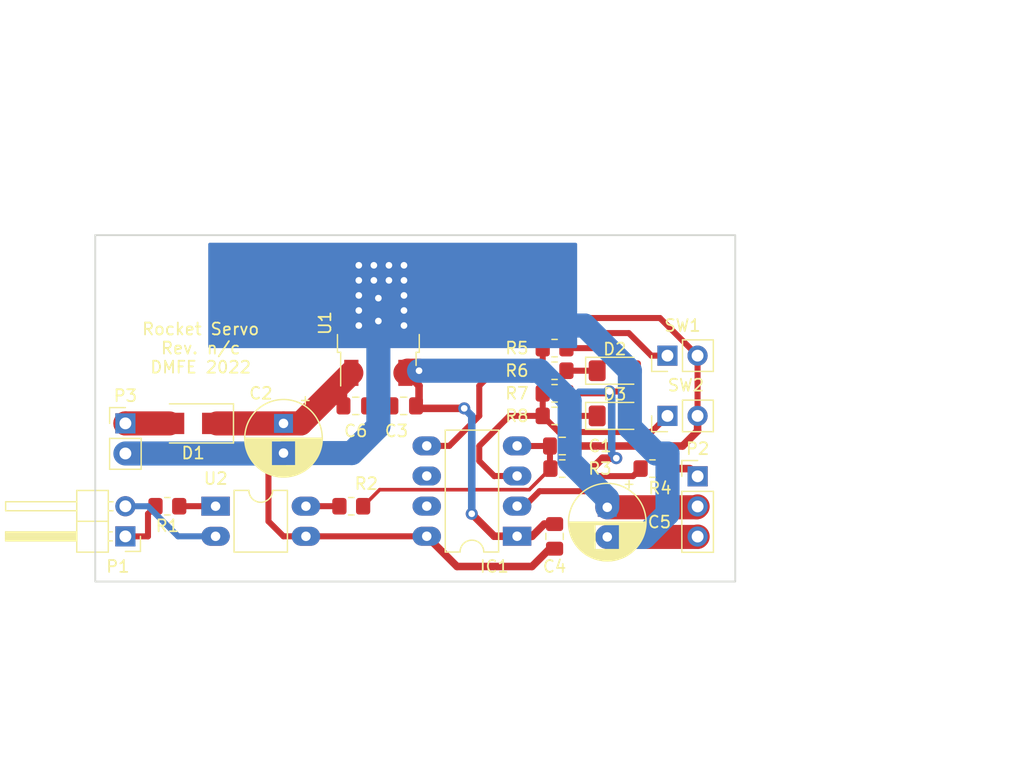
<source format=kicad_pcb>
(kicad_pcb (version 20211014) (generator pcbnew)
  (title_block (title "Rocket Servo") (date "2022-09-25") (rev "n/c") (company "DMFE"))
  (layers (0 "F.Cu" signal) (31 "B.Cu" signal) (34 "B.Paste" user) (35 "F.Paste" user) (36 "B.SilkS" user "B.Silkscreen") (37 "F.SilkS" user "F.Silkscreen") (38 "B.Mask" user) (39 "F.Mask" user) (44 "Edge.Cuts" user))
  (net 0 "")
  (net 1 "Net-(C1-Pad1)")
  (net 2 "GND")
  (net 3 "Net-(C2-Pad1)")
  (net 4 "+5V")
  (net 5 "Net-(D1-Pad2)")
  (net 6 "Net-(D3-Pad1)")
  (net 7 "Net-(D2-Pad1)")
  (net 10 "Net-(P1-Pad1)")
  (net 11 "Net-(P1-Pad2)")
  (net 12 "Net-(IC1-Pad2)")
  (net 13 "Net-(IC1-Pad3)")
  (net 14 "Net-(R1-Pad1)")
  (net 15 "Net-(IC1-Pad5)")
  (net 16 "Net-(R2-Pad2)")
  (net 17 "Net-(P2-Pad1)")
  (footprint "Resistor_SMD:R_0805_2012Metric_Pad1.20x1.40mm_HandSolder" (layer "F.Cu") (at 130.81 80.01 180)
    (fp_text reference "R6" (at 3.175 0) (layer "F.SilkS"))
    (fp_text value "1K")
    (pad "1" smd roundrect (at -1 0 180) (size 1.2 1.4) (layers "F.Cu" "F.Paste" "F.Mask") (roundrect_rratio 0.2083333333) (net 7 "Net-(D2-Pad1)"))
    (pad "2" smd roundrect (at 1 0 180) (size 1.2 1.4) (layers "F.Cu" "F.Paste" "F.Mask") (roundrect_rratio 0.2083333333) (net 15 "Net-(IC1-Pad5)"))
  )
  (footprint "Diode_SMD:D_SMA" (layer "F.Cu") (at 100.33 84.455 180)
    (fp_text reference "D1" (at 0 -2.5) (layer "F.SilkS"))
    (fp_text value "D")
    (pad "1" smd rect (at -2 0 180) (size 2.5 1.8) (layers "F.Cu" "F.Paste" "F.Mask") (net 3 "Net-(C2-Pad1)"))
    (pad "2" smd rect (at 2 0 180) (size 2.5 1.8) (layers "F.Cu" "F.Paste" "F.Mask") (net 5 "Net-(D1-Pad2)"))
  )
  (footprint "Capacitor_SMD:C_0805_2012Metric_Pad1.18x1.45mm_HandSolder" (layer "F.Cu") (at 114.045 82.975)
    (fp_text reference "C6" (at 0 2.115) (layer "F.SilkS"))
    (fp_text value ".1uF")
    (pad "1" smd roundrect (at -1.0375 0) (size 1.175 1.45) (layers "F.Cu" "F.Paste" "F.Mask") (roundrect_rratio 0.2127659574) (net 3 "Net-(C2-Pad1)"))
    (pad "2" smd roundrect (at 1.0375 0) (size 1.175 1.45) (layers "F.Cu" "F.Paste" "F.Mask") (roundrect_rratio 0.2127659574) (net 2 "GND"))
  )
  (footprint "Connector_PinHeader_2.54mm:PinHeader_1x02_P2.54mm_Vertical" (layer "F.Cu") (at 94.615 84.45)
    (fp_text reference "P3" (at 0 -2.33) (layer "F.SilkS"))
    (fp_text value "Conn_01x02")
    (pad "1" thru_hole rect (at 0 0) (size 1.7 1.7) (drill 1) (layers *.Cu *.Mask) (net 5 "Net-(D1-Pad2)"))
    (pad "2" thru_hole oval (at 0 2.54) (size 1.7 1.7) (drill 1) (layers *.Cu *.Mask) (net 2 "GND"))
  )
  (footprint "LED_SMD:LED_1206_3216Metric_Pad1.42x1.75mm_HandSolder" (layer "F.Cu") (at 135.89 83.82)
    (fp_text reference "D3" (at 0 -1.82) (layer "F.SilkS"))
    (fp_text value "LED")
    (pad "1" smd roundrect (at -1.4875 0) (size 1.425 1.75) (layers "F.Cu" "F.Paste" "F.Mask") (roundrect_rratio 0.1754392982) (net 6 "Net-(D3-Pad1)"))
    (pad "2" smd roundrect (at 1.4875 0) (size 1.425 1.75) (layers "F.Cu" "F.Paste" "F.Mask") (roundrect_rratio 0.1754392982) (net 4 "+5V"))
  )
  (footprint "Resistor_SMD:R_0805_2012Metric_Pad1.20x1.40mm_HandSolder" (layer "F.Cu") (at 139.065 88.265 180)
    (fp_text reference "R4" (at -0.635 -1.65) (layer "F.SilkS"))
    (fp_text value "220R")
    (pad "1" smd roundrect (at -1 0 180) (size 1.2 1.4) (layers "F.Cu" "F.Paste" "F.Mask") (roundrect_rratio 0.2083333333) (net 17 "Net-(P2-Pad1)"))
    (pad "2" smd roundrect (at 1 0 180) (size 1.2 1.4) (layers "F.Cu" "F.Paste" "F.Mask") (roundrect_rratio 0.2083333333) (net 12 "Net-(IC1-Pad2)"))
  )
  (footprint "Resistor_SMD:R_0805_2012Metric_Pad1.20x1.40mm_HandSolder" (layer "F.Cu") (at 130.81 78.105 180)
    (fp_text reference "R5" (at 3.175 0) (layer "F.SilkS"))
    (fp_text value "47K")
    (pad "1" smd roundrect (at -1 0 180) (size 1.2 1.4) (layers "F.Cu" "F.Paste" "F.Mask") (roundrect_rratio 0.2083333333) (net 4 "+5V"))
    (pad "2" smd roundrect (at 1 0 180) (size 1.2 1.4) (layers "F.Cu" "F.Paste" "F.Mask") (roundrect_rratio 0.2083333333) (net 15 "Net-(IC1-Pad5)"))
  )
  (footprint "Package_TO_SOT_SMD:TO-252-3_TabPin2" (layer "F.Cu") (at 115.95 75.99 90)
    (fp_text reference "U1" (at 0 -4.5 90) (layer "F.SilkS"))
    (fp_text value "L7805")
    (pad "1" smd rect (at -4.2 -2.28 90) (size 2.2 1.2) (layers "F.Cu" "F.Paste" "F.Mask") (net 3 "Net-(C2-Pad1)"))
    (pad "2" smd rect (at 2.1 0 90) (size 6.4 5.8) (layers "F.Cu" "F.Mask") (net 2 "GND"))
    (pad "2" smd rect (at -4.2 0 90) (size 2.2 1.2) (layers "F.Cu" "F.Paste" "F.Mask") (net 2 "GND"))
    (pad "3" smd rect (at -4.2 2.28 90) (size 2.2 1.2) (layers "F.Cu" "F.Paste" "F.Mask") (net 4 "+5V"))
  )
  (footprint "LED_SMD:LED_1206_3216Metric_Pad1.42x1.75mm_HandSolder" (layer "F.Cu") (at 135.89 80.01)
    (fp_text reference "D2" (at 0 -1.82) (layer "F.SilkS"))
    (fp_text value "LED")
    (pad "1" smd roundrect (at -1.4875 0) (size 1.425 1.75) (layers "F.Cu" "F.Paste" "F.Mask") (roundrect_rratio 0.1754392982) (net 7 "Net-(D2-Pad1)"))
    (pad "2" smd roundrect (at 1.4875 0) (size 1.425 1.75) (layers "F.Cu" "F.Paste" "F.Mask") (roundrect_rratio 0.1754392982) (net 4 "+5V"))
  )
  (footprint "Resistor_SMD:R_0805_2012Metric_Pad1.20x1.40mm_HandSolder" (layer "F.Cu") (at 131.46 88.265 180)
    (fp_text reference "R3" (at -3.175 0) (layer "F.SilkS"))
    (fp_text value "10K")
    (pad "1" smd roundrect (at -1 0 180) (size 1.2 1.4) (layers "F.Cu" "F.Paste" "F.Mask") (roundrect_rratio 0.2083333333) (net 4 "+5V"))
    (pad "2" smd roundrect (at 1 0 180) (size 1.2 1.4) (layers "F.Cu" "F.Paste" "F.Mask") (roundrect_rratio 0.2083333333) (net 1 "Net-(C1-Pad1)"))
  )
  (footprint "Capacitor_THT:CP_Radial_D6.3mm_P2.50mm" (layer "F.Cu") (at 135.255 91.527621 -90)
    (fp_text reference "C5" (at 1.25 -4.4 180) (layer "F.SilkS"))
    (fp_text value "220uF")
    (pad "1" thru_hole rect (at 0 0 270) (size 1.6 1.6) (drill 0.8) (layers *.Cu *.Mask) (net 4 "+5V"))
    (pad "2" thru_hole circle (at 2.5 0 270) (size 1.6 1.6) (drill 0.8) (layers *.Cu *.Mask) (net 2 "GND"))
  )
  (footprint "MountingHole:MountingHole_3.2mm_M3" (layer "F.Cu") (at 96.52 72.39)
    (fp_text reference "H1" hide)
    (fp_text value "MountingHole_3.2mm_M3")
    (pad "" np_thru_hole circle (at 0 0) (size 3.2 3.2) (drill 3.2) (layers *.Cu *.Mask))
  )
  (footprint "Connector_PinHeader_2.54mm:PinHeader_1x03_P2.54mm_Vertical" (layer "F.Cu") (at 142.875 88.915)
    (fp_text reference "P2" (at 0 -2.33) (layer "F.SilkS"))
    (fp_text value "Conn_01x03")
    (pad "1" thru_hole rect (at 0 0) (size 1.7 1.7) (drill 1) (layers *.Cu *.Mask) (net 17 "Net-(P2-Pad1)"))
    (pad "2" thru_hole oval (at 0 2.54) (size 1.7 1.7) (drill 1) (layers *.Cu *.Mask) (net 4 "+5V"))
    (pad "3" thru_hole oval (at 0 5.08) (size 1.7 1.7) (drill 1) (layers *.Cu *.Mask) (net 2 "GND"))
  )
  (footprint "MountingHole:MountingHole_3.2mm_M3" (layer "F.Cu") (at 141.605 72.39)
    (fp_text reference "H2" hide)
    (fp_text value "MountingHole_3.2mm_M3")
    (pad "" np_thru_hole circle (at 0 0) (size 3.2 3.2) (drill 3.2) (layers *.Cu *.Mask))
  )
  (footprint "Connector_PinHeader_2.54mm:PinHeader_1x02_P2.54mm_Vertical" (layer "F.Cu") (at 140.33 78.74 90)
    (fp_text reference "SW1" (at 2.54 1.27 180) (layer "F.SilkS"))
    (fp_text value "Conn_01x02")
    (pad "1" thru_hole rect (at 0 0 90) (size 1.7 1.7) (drill 1) (layers *.Cu *.Mask) (net 15 "Net-(IC1-Pad5)"))
    (pad "2" thru_hole oval (at 0 2.54 90) (size 1.7 1.7) (drill 1) (layers *.Cu *.Mask) (net 2 "GND"))
  )
  (footprint "Connector_PinHeader_2.54mm:PinHeader_1x02_P2.54mm_Vertical" (layer "F.Cu") (at 140.33 83.82 90)
    (fp_text reference "SW2" (at 2.585 1.56 180) (layer "F.SilkS"))
    (fp_text value "Conn_01x02")
    (pad "1" thru_hole rect (at 0 0 90) (size 1.7 1.7) (drill 1) (layers *.Cu *.Mask) (net 13 "Net-(IC1-Pad3)"))
    (pad "2" thru_hole oval (at 0 2.54 90) (size 1.7 1.7) (drill 1) (layers *.Cu *.Mask) (net 2 "GND"))
  )
  (footprint "Capacitor_SMD:C_0805_2012Metric_Pad1.18x1.45mm_HandSolder" (layer "F.Cu") (at 118.0875 82.975 180)
    (fp_text reference "C3" (at 0.6125 -2.115) (layer "F.SilkS"))
    (fp_text value ".1uF")
    (pad "1" smd roundrect (at -1.0375 0 180) (size 1.175 1.45) (layers "F.Cu" "F.Paste" "F.Mask") (roundrect_rratio 0.2127659574) (net 4 "+5V"))
    (pad "2" smd roundrect (at 1.0375 0 180) (size 1.175 1.45) (layers "F.Cu" "F.Paste" "F.Mask") (roundrect_rratio 0.2127659574) (net 2 "GND"))
  )
  (footprint "Capacitor_SMD:C_0805_2012Metric_Pad1.18x1.45mm_HandSolder" (layer "F.Cu") (at 131.46 86.36)
    (fp_text reference "C1" (at 3.175 0) (layer "F.SilkS"))
    (fp_text value ".1uF")
    (pad "1" smd roundrect (at -1.0375 0) (size 1.175 1.45) (layers "F.Cu" "F.Paste" "F.Mask") (roundrect_rratio 0.2127659574) (net 1 "Net-(C1-Pad1)"))
    (pad "2" smd roundrect (at 1.0375 0) (size 1.175 1.45) (layers "F.Cu" "F.Paste" "F.Mask") (roundrect_rratio 0.2127659574) (net 2 "GND"))
  )
  (footprint "Package_DIP:DIP-4_W7.62mm_LongPads" (layer "F.Cu") (at 102.22 91.435)
    (fp_text reference "U2" (at 0.015 -2.33) (layer "F.SilkS"))
    (fp_text value "TLP227GN")
    (pad "1" thru_hole rect (at 0 0) (size 2.4 1.6) (drill 0.8) (layers *.Cu *.Mask) (net 14 "Net-(R1-Pad1)"))
    (pad "2" thru_hole oval (at 0 2.54) (size 2.4 1.6) (drill 0.8) (layers *.Cu *.Mask) (net 11 "Net-(P1-Pad2)"))
    (pad "3" thru_hole oval (at 7.62 2.54) (size 2.4 1.6) (drill 0.8) (layers *.Cu *.Mask) (net 2 "GND"))
    (pad "4" thru_hole oval (at 7.62 0) (size 2.4 1.6) (drill 0.8) (layers *.Cu *.Mask) (net 16 "Net-(R2-Pad2)"))
  )
  (footprint "Connector_PinHeader_2.54mm:PinHeader_1x02_P2.54mm_Horizontal" (layer "F.Cu") (at 94.615 93.98 180)
    (fp_text reference "P1" (at 0.635 -2.54) (layer "F.SilkS"))
    (fp_text value "Conn_01x02")
    (pad "1" thru_hole rect (at 0 0 180) (size 1.7 1.7) (drill 1) (layers *.Cu *.Mask) (net 10 "Net-(P1-Pad1)"))
    (pad "2" thru_hole oval (at 0 2.54 180) (size 1.7 1.7) (drill 1) (layers *.Cu *.Mask) (net 11 "Net-(P1-Pad2)"))
  )
  (footprint "Capacitor_SMD:C_0805_2012Metric_Pad1.18x1.45mm_HandSolder" (layer "F.Cu") (at 130.81 93.98 -90)
    (fp_text reference "C4" (at 2.54 0) (layer "F.SilkS"))
    (fp_text value ".1uF")
    (pad "1" smd roundrect (at -1.0375 0 270) (size 1.175 1.45) (layers "F.Cu" "F.Paste" "F.Mask") (roundrect_rratio 0.2127659574) (net 4 "+5V"))
    (pad "2" smd roundrect (at 1.0375 0 270) (size 1.175 1.45) (layers "F.Cu" "F.Paste" "F.Mask") (roundrect_rratio 0.2127659574) (net 2 "GND"))
  )
  (footprint "Resistor_SMD:R_0805_2012Metric_Pad1.20x1.40mm_HandSolder" (layer "F.Cu") (at 130.81 81.915 180)
    (fp_text reference "R7" (at 3.175 0) (layer "F.SilkS"))
    (fp_text value "47K")
    (pad "1" smd roundrect (at -1 0 180) (size 1.2 1.4) (layers "F.Cu" "F.Paste" "F.Mask") (roundrect_rratio 0.2083333333) (net 4 "+5V"))
    (pad "2" smd roundrect (at 1 0 180) (size 1.2 1.4) (layers "F.Cu" "F.Paste" "F.Mask") (roundrect_rratio 0.2083333333) (net 13 "Net-(IC1-Pad3)"))
  )
  (footprint "Resistor_SMD:R_0805_2012Metric_Pad1.20x1.40mm_HandSolder" (layer "F.Cu") (at 113.665 91.44 180)
    (fp_text reference "R2" (at -1.27 1.905) (layer "F.SilkS"))
    (fp_text value "1K")
    (pad "1" smd roundrect (at -1 0 180) (size 1.2 1.4) (layers "F.Cu" "F.Paste" "F.Mask") (roundrect_rratio 0.2083333333) (net 1 "Net-(C1-Pad1)"))
    (pad "2" smd roundrect (at 1 0 180) (size 1.2 1.4) (layers "F.Cu" "F.Paste" "F.Mask") (roundrect_rratio 0.2083333333) (net 16 "Net-(R2-Pad2)"))
  )
  (footprint "Resistor_SMD:R_0805_2012Metric_Pad1.20x1.40mm_HandSolder" (layer "F.Cu") (at 98.155 91.44 180)
    (fp_text reference "R1" (at 0 -1.65) (layer "F.SilkS"))
    (fp_text value "220R")
    (pad "1" smd roundrect (at -1 0 180) (size 1.2 1.4) (layers "F.Cu" "F.Paste" "F.Mask") (roundrect_rratio 0.2083333333) (net 14 "Net-(R1-Pad1)"))
    (pad "2" smd roundrect (at 1 0 180) (size 1.2 1.4) (layers "F.Cu" "F.Paste" "F.Mask") (roundrect_rratio 0.2083333333) (net 10 "Net-(P1-Pad1)"))
  )
  (footprint "Package_DIP:DIP-8_W7.62mm_LongPads" (layer "F.Cu") (at 127.65 93.97 180)
    (fp_text reference "IC1" (at 1.92 -2.55) (layer "F.SilkS"))
    (fp_text value "PIC12F1822-I/P")
    (pad "1" thru_hole rect (at 0 0 180) (size 2.4 1.6) (drill 0.8) (layers *.Cu *.Mask) (net 4 "+5V"))
    (pad "2" thru_hole oval (at 0 2.54 180) (size 2.4 1.6) (drill 0.8) (layers *.Cu *.Mask) (net 12 "Net-(IC1-Pad2)"))
    (pad "3" thru_hole oval (at 0 5.08 180) (size 2.4 1.6) (drill 0.8) (layers *.Cu *.Mask) (net 13 "Net-(IC1-Pad3)"))
    (pad "4" thru_hole oval (at 0 7.62 180) (size 2.4 1.6) (drill 0.8) (layers *.Cu *.Mask) (net 1 "Net-(C1-Pad1)"))
    (pad "5" thru_hole oval (at 7.62 7.62 180) (size 2.4 1.6) (drill 0.8) (layers *.Cu *.Mask) (net 15 "Net-(IC1-Pad5)"))
    (pad "6" thru_hole oval (at 7.62 5.08 180) (size 2.4 1.6) (drill 0.8) (layers *.Cu *.Mask))
    (pad "7" thru_hole oval (at 7.62 2.54 180) (size 2.4 1.6) (drill 0.8) (layers *.Cu *.Mask))
    (pad "8" thru_hole oval (at 7.62 0 180) (size 2.4 1.6) (drill 0.8) (layers *.Cu *.Mask) (net 2 "GND"))
  )
  (footprint "Capacitor_THT:CP_Radial_D6.3mm_P2.50mm" (layer "F.Cu") (at 107.95 84.455 -90)
    (fp_text reference "C2" (at -2.54 1.905 180) (layer "F.SilkS"))
    (fp_text value "33uF")
    (pad "1" thru_hole rect (at 0 0 270) (size 1.6 1.6) (drill 0.8) (layers *.Cu *.Mask) (net 3 "Net-(C2-Pad1)"))
    (pad "2" thru_hole circle (at 2.5 0 270) (size 1.6 1.6) (drill 0.8) (layers *.Cu *.Mask) (net 2 "GND"))
  )
  (footprint "Resistor_SMD:R_0805_2012Metric_Pad1.20x1.40mm_HandSolder" (layer "F.Cu") (at 130.81 83.82 180)
    (fp_text reference "R8" (at 3.175 0) (layer "F.SilkS"))
    (fp_text value "1K")
    (pad "1" smd roundrect (at -1 0 180) (size 1.2 1.4) (layers "F.Cu" "F.Paste" "F.Mask") (roundrect_rratio 0.2083333333) (net 6 "Net-(D3-Pad1)"))
    (pad "2" smd roundrect (at 1 0 180) (size 1.2 1.4) (layers "F.Cu" "F.Paste" "F.Mask") (roundrect_rratio 0.2083333333) (net 13 "Net-(IC1-Pad3)"))
  )
  (gr_rect (start 146.05 97.79) (end 92.075 68.58) (layer "Edge.Cuts") (width 0.15) (fill none))
  (gr_text "Rocket Servo\nRev. n/c\nDMFE 2022" (at 100.965 78.105) (layer "F.SilkS") (effects (font (size 1 1))))
  (segment (start 116.0626 90.0424) (end 128.6826 90.0424) (width 0.3048) (layer "F.Cu") (net 1))
  (segment (start 114.665 91.44) (end 116.0626 90.0424) (width 0.3048) (layer "F.Cu") (net 1))
  (segment (start 130.4225 86.36) (end 130.4225 88.2275) (width 0.508) (layer "F.Cu") (net 1))
  (segment (start 128.6826 90.0424) (end 130.46 88.265) (width 0.3048) (layer "F.Cu") (net 1))
  (segment (start 127.66 86.36) (end 127.65 86.35) (width 0.508) (layer "F.Cu") (net 1))
  (segment (start 130.4225 86.36) (end 127.66 86.36) (width 0.508) (layer "F.Cu") (net 1))
  (segment (start 130.4225 88.2275) (end 130.46 88.265) (width 0.508) (layer "F.Cu") (net 1))
  (segment (start 115.95 75.82) (end 115.95 73.89) (width 1.27) (layer "F.Cu") (net 2))
  (segment (start 109.84 93.975) (end 107.945 93.975) (width 0.508) (layer "F.Cu") (net 2))
  (segment (start 142.87 78.74) (end 142.87 83.82) (width 0.508) (layer "F.Cu") (net 2))
  (segment (start 120.025 93.975) (end 120.03 93.97) (width 0.508) (layer "F.Cu") (net 2))
  (segment (start 115.995 82.975) (end 117.05 82.975) (width 0.635) (layer "F.Cu") (net 2))
  (segment (start 142.842379 94.027621) (end 142.875 93.995) (width 2.032) (layer "F.Cu") (net 2))
  (segment (start 128.905 96.52) (end 122.58 96.52) (width 0.635) (layer "F.Cu") (net 2))
  (segment (start 139.695 75.565) (end 118.745 75.565) (width 0.508) (layer "F.Cu") (net 2))
  (segment (start 115.95 80.19) (end 115.95 82.93) (width 0.635) (layer "F.Cu") (net 2))
  (segment (start 106.68 87.63) (end 107.355 86.955) (width 0.508) (layer "F.Cu") (net 2))
  (segment (start 115.95 82.93) (end 115.995 82.975) (width 0.635) (layer "F.Cu") (net 2))
  (segment (start 130.4075 95.0175) (end 128.905 96.52) (width 0.635) (layer "F.Cu") (net 2))
  (segment (start 115.0825 82.975) (end 115.995 82.975) (width 0.635) (layer "F.Cu") (net 2))
  (segment (start 109.84 93.975) (end 120.025 93.975) (width 0.508) (layer "F.Cu") (net 2))
  (segment (start 122.58 96.52) (end 120.03 93.97) (width 0.635) (layer "F.Cu") (net 2))
  (segment (start 115.95 80.19) (end 115.95 75.82) (width 1.27) (layer "F.Cu") (net 2))
  (segment (start 142.87 78.74) (end 139.695 75.565) (width 0.508) (layer "F.Cu") (net 2))
  (segment (start 142.875 85.09) (end 142.87 85.085) (width 0.635) (layer "F.Cu") (net 2))
  (segment (start 142.87 85.085) (end 142.87 83.82) (width 0.635) (layer "F.Cu") (net 2))
  (segment (start 107.945 93.975) (end 106.68 92.71) (width 0.508) (layer "F.Cu") (net 2))
  (segment (start 132.4975 86.36) (end 141.605 86.36) (width 0.635) (layer "F.Cu") (net 2))
  (segment (start 141.605 86.36) (end 142.875 85.09) (width 0.635) (layer "F.Cu") (net 2))
  (segment (start 106.68 92.71) (end 106.68 87.63) (width 0.508) (layer "F.Cu") (net 2))
  (segment (start 130.81 95.0175) (end 130.4075 95.0175) (width 0.635) (layer "F.Cu") (net 2))
  (segment (start 118.745 75.565) (end 118.11 74.93) (width 0.508) (layer "F.Cu") (net 2))
  (segment (start 107.355 86.955) (end 107.95 86.955) (width 0.508) (layer "F.Cu") (net 2))
  (segment (start 135.255 94.027621) (end 142.842379 94.027621) (width 2.032) (layer "F.Cu") (net 2))
  (via (at 114.3 72.39) (size 1.016) (drill 0.5588) (layers "F.Cu" "B.Cu") (net 2))
  (via (at 115.57 71.12) (size 1.016) (drill 0.5588) (layers "F.Cu" "B.Cu") (net 2))
  (via (at 118.11 73.66) (size 1.016) (drill 0.5588) (layers "F.Cu" "B.Cu") (net 2))
  (via (at 115.57 72.39) (size 1.016) (drill 0.5588) (layers "F.Cu" "B.Cu") (net 2))
  (via (at 118.11 71.12) (size 1.016) (drill 0.5588) (layers "F.Cu" "B.Cu") (net 2))
  (via (at 115.95 73.89) (size 1.016) (drill 0.5588) (layers "F.Cu" "B.Cu") (net 2))
  (via (at 118.11 76.2) (size 1.016) (drill 0.5588) (layers "F.Cu" "B.Cu") (net 2))
  (via (at 118.11 74.93) (size 1.016) (drill 0.5588) (layers "F.Cu" "B.Cu") (net 2))
  (via (at 114.3 73.66) (size 1.016) (drill 0.5588) (layers "F.Cu" "B.Cu") (net 2))
  (via (at 116.84 72.39) (size 1.016) (drill 0.5588) (layers "F.Cu" "B.Cu") (net 2))
  (via (at 116.84 71.12) (size 1.016) (drill 0.5588) (layers "F.Cu" "B.Cu") (net 2))
  (via (at 115.95 75.82) (size 1.016) (drill 0.5588) (layers "F.Cu" "B.Cu") (net 2))
  (via (at 114.3 74.93) (size 1.016) (drill 0.5588) (layers "F.Cu" "B.Cu") (net 2))
  (via (at 114.3 71.12) (size 1.016) (drill 0.5588) (layers "F.Cu" "B.Cu") (net 2))
  (via (at 118.11 72.39) (size 1.016) (drill 0.5588) (layers "F.Cu" "B.Cu") (net 2))
  (via (at 114.3 76.2) (size 1.016) (drill 0.5588) (layers "F.Cu" "B.Cu") (net 2))
  (segment (start 107.95 86.955) (end 113.705 86.955) (width 2.032) (layer "B.Cu") (net 2))
  (segment (start 138.382379 94.027621) (end 140.335 92.075) (width 2.032) (layer "B.Cu") (net 2))
  (segment (start 113.705 86.955) (end 115.95 84.71) (width 2.032) (layer "B.Cu") (net 2))
  (segment (start 94.615 86.99) (end 107.915 86.99) (width 2.032) (layer "B.Cu") (net 2))
  (segment (start 115.95 84.71) (end 115.95 73.89) (width 2.032) (layer "B.Cu") (net 2))
  (segment (start 133.35 76.2) (end 118.11 76.2) (width 2.032) (layer "B.Cu") (net 2))
  (segment (start 137.16 84.782) (end 137.16 80.01) (width 2.032) (layer "B.Cu") (net 2))
  (segment (start 139.373 86.995) (end 137.16 84.782) (width 2.032) (layer "B.Cu") (net 2))
  (segment (start 107.915 86.99) (end 107.95 86.955) (width 2.032) (layer "B.Cu") (net 2))
  (segment (start 135.255 94.027621) (end 138.382379 94.027621) (width 2.032) (layer "B.Cu") (net 2))
  (segment (start 140.335 86.995) (end 139.373 86.995) (width 2.032) (layer "B.Cu") (net 2))
  (segment (start 140.335 92.075) (end 140.335 86.995) (width 2.032) (layer "B.Cu") (net 2))
  (segment (start 137.16 80.01) (end 133.35 76.2) (width 2.032) (layer "B.Cu") (net 2))
  (segment (start 107.95 84.455) (end 109.405 84.455) (width 2.032) (layer "F.Cu") (net 3))
  (segment (start 109.405 84.455) (end 113.67 80.19) (width 2.032) (layer "F.Cu") (net 3))
  (segment (start 113.0075 82.975) (end 113.0075 80.8525) (width 0.635) (layer "F.Cu") (net 3))
  (segment (start 102.33 84.455) (end 107.95 84.455) (width 2.032) (layer "F.Cu") (net 3))
  (segment (start 113.0075 80.8525) (end 113.67 80.19) (width 0.635) (layer "F.Cu") (net 3))
  (segment (start 123.19 83.185) (end 119.335 83.185) (width 0.635) (layer "F.Cu") (net 4))
  (segment (start 119.335 83.185) (end 119.125 82.975) (width 0.635) (layer "F.Cu") (net 4))
  (segment (start 142.802379 91.527621) (end 142.875 91.455) (width 2.032) (layer "F.Cu") (net 4))
  (segment (start 118.29 80.19) (end 119.38 81.28) (width 0.635) (layer "F.Cu") (net 4))
  (segment (start 119.38 82.72) (end 119.125 82.975) (width 0.635) (layer "F.Cu") (net 4))
  (segment (start 137.3775 82.1325) (end 137.008787 81.763787) (width 0.508) (layer "F.Cu") (net 4))
  (segment (start 135.255 91.527621) (end 142.802379 91.527621) (width 2.032) (layer "F.Cu") (net 4))
  (segment (start 118.41 80.01) (end 118.23 80.19) (width 2.032) (layer "F.Cu") (net 4))
  (segment (start 130.81 92.9425) (end 129.9425 92.9425) (width 0.635) (layer "F.Cu") (net 4))
  (segment (start 118.23 80.19) (end 118.29 80.19) (width 0.635) (layer "F.Cu") (net 4))
  (segment (start 131.81 81.915) (end 135.285287 81.915) (width 0.508) (layer "F.Cu") (net 4))
  (segment (start 132.46 88.265) (end 133.985 88.265) (width 0.635) (layer "F.Cu") (net 4))
  (segment (start 134.865 87.385) (end 136.016012 87.385) (width 0.635) (layer "F.Cu") (net 4))
  (segment (start 119.38 81.28) (end 119.38 82.72) (width 0.635) (layer "F.Cu") (net 4))
  (segment (start 131.81 78.105) (end 135.4725 78.105) (width 0.508) (layer "F.Cu") (net 4))
  (segment (start 128.905 93.98) (end 127.66 93.98) (width 0.635) (layer "F.Cu") (net 4))
  (segment (start 127.65 93.97) (end 125.72 93.97) (width 0.635) (layer "F.Cu") (net 4))
  (segment (start 125.72 93.97) (end 123.825 92.075) (width 0.635) (layer "F.Cu") (net 4))
  (segment (start 137.3775 82.1325) (end 137.3775 83.82) (width 0.508) (layer "F.Cu") (net 4))
  (segment (start 129.9425 92.9425) (end 128.905 93.98) (width 0.635) (layer "F.Cu") (net 4))
  (segment (start 137.3775 80.01) (end 137.3775 82.1325) (width 0.508) (layer "F.Cu") (net 4))
  (segment (start 135.285287 81.915) (end 135.4365 81.763787) (width 0.508) (layer "F.Cu") (net 4))
  (segment (start 133.985 88.265) (end 134.865 87.385) (width 0.635) (layer "F.Cu") (net 4))
  (segment (start 137.008787 81.763787) (end 135.4365 81.763787) (width 0.508) (layer "F.Cu") (net 4))
  (segment (start 119.38 80.01) (end 118.41 80.01) (width 2.032) (layer "F.Cu") (net 4))
  (segment (start 135.4725 78.105) (end 137.3775 80.01) (width 0.508) (layer "F.Cu") (net 4))
  (segment (start 127.66 93.98) (end 127.65 93.97) (width 0.635) (layer "F.Cu") (net 4))
  (via (at 123.825 92.075) (size 1.016) (drill 0.5588) (layers "F.Cu" "B.Cu") (net 4))
  (via (at 123.19 83.185) (size 1.016) (drill 0.5588) (layers "F.Cu" "B.Cu") (net 4))
  (via (at 119.38 80.01) (size 1.016) (drill 0.5588) (layers "F.Cu" "B.Cu") (net 4))
  (via (at 136.016012 87.385) (size 1.016) (drill 0.5588) (layers "F.Cu" "B.Cu") (net 4))
  (via (at 135.4365 81.763787) (size 1.016) (drill 0.5588) (layers "F.Cu" "B.Cu") (net 4))
  (segment (start 135.4365 81.763787) (end 132.866213 81.763787) (width 0.508) (layer "B.Cu") (net 4))
  (segment (start 128.905 80.01) (end 119.38 80.01) (width 2.032) (layer "B.Cu") (net 4))
  (segment (start 135.255 91.527621) (end 135.255 90.805) (width 2.032) (layer "B.Cu") (net 4))
  (segment (start 132.866213 81.763787) (end 132.08 82.55) (width 0.508) (layer "B.Cu") (net 4))
  (segment (start 135.255 90.805) (end 132.08 87.63) (width 2.032) (layer "B.Cu") (net 4))
  (segment (start 129.54 80.01) (end 128.905 80.01) (width 2.032) (layer "B.Cu") (net 4))
  (segment (start 135.626999 81.954286) (end 135.4365 81.763787) (width 0.635) (layer "B.Cu") (net 4))
  (segment (start 136.016012 87.385) (end 135.626999 86.995987) (width 0.635) (layer "B.Cu") (net 4))
  (segment (start 132.08 87.63) (end 132.08 82.55) (width 2.032) (layer "B.Cu") (net 4))
  (segment (start 123.825 83.82) (end 123.19 83.185) (width 0.635) (layer "B.Cu") (net 4))
  (segment (start 123.825 92.075) (end 123.825 83.82) (width 0.635) (layer "B.Cu") (net 4))
  (segment (start 132.08 82.55) (end 129.54 80.01) (width 2.032) (layer "B.Cu") (net 4))
  (segment (start 135.626999 86.995987) (end 135.626999 81.954286) (width 0.635) (layer "B.Cu") (net 4))
  (segment (start 98.33 84.455) (end 94.62 84.455) (width 2.032) (layer "F.Cu") (net 5))
  (segment (start 94.62 84.455) (end 94.615 84.45) (width 2.032) (layer "F.Cu") (net 5))
  (segment (start 134.4025 83.82) (end 131.81 83.82) (width 0.508) (layer "F.Cu") (net 6))
  (segment (start 134.4025 80.01) (end 131.81 80.01) (width 0.508) (layer "F.Cu") (net 7))
  (segment (start 96.52 92.075) (end 96.52 93.98) (width 0.508) (layer "F.Cu") (net 10))
  (segment (start 96.52 93.98) (end 94.615 93.98) (width 0.508) (layer "F.Cu") (net 10))
  (segment (start 97.155 91.44) (end 96.52 92.075) (width 0.508) (layer "F.Cu") (net 10))
  (segment (start 96.52 91.44) (end 94.615 91.44) (width 0.508) (layer "B.Cu") (net 11))
  (segment (start 99.055 93.975) (end 96.52 91.44) (width 0.508) (layer "B.Cu") (net 11))
  (segment (start 102.22 93.975) (end 99.055 93.975) (width 0.508) (layer "B.Cu") (net 11))
  (segment (start 134.62 88.9) (end 137.43 88.9) (width 0.508) (layer "F.Cu") (net 12))
  (segment (start 127.65 91.43) (end 128.28 91.43) (width 0.508) (layer "F.Cu") (net 12))
  (segment (start 137.43 88.9) (end 138.065 88.265) (width 0.508) (layer "F.Cu") (net 12))
  (segment (start 133.35 90.17) (end 134.62 88.9) (width 0.508) (layer "F.Cu") (net 12))
  (segment (start 128.28 91.43) (end 129.54 90.17) (width 0.508) (layer "F.Cu") (net 12))
  (segment (start 129.54 90.17) (end 133.35 90.17) (width 0.508) (layer "F.Cu") (net 12))
  (segment (start 129.81 81.915) (end 129.81 83.82) (width 0.508) (layer "F.Cu") (net 13))
  (segment (start 125.73 88.9) (end 124.46 87.63) (width 0.508) (layer "F.Cu") (net 13))
  (segment (start 127 83.82) (end 129.81 83.82) (width 0.508) (layer "F.Cu") (net 13))
  (segment (start 127.65 88.89) (end 125.74 88.89) (width 0.508) (layer "F.Cu") (net 13))
  (segment (start 131.171 85.181) (end 138.974 85.181) (width 0.508) (layer "F.Cu") (net 13))
  (segment (start 138.974 85.181) (end 140.33 83.825) (width 0.508) (layer "F.Cu") (net 13))
  (segment (start 124.46 86.36) (end 127 83.82) (width 0.508) (layer "F.Cu") (net 13))
  (segment (start 129.81 83.82) (end 131.171 85.181) (width 0.508) (layer "F.Cu") (net 13))
  (segment (start 125.74 88.89) (end 125.73 88.9) (width 0.508) (layer "F.Cu") (net 13))
  (segment (start 140.33 83.825) (end 140.33 83.82) (width 0.508) (layer "F.Cu") (net 13))
  (segment (start 124.46 87.63) (end 124.46 86.36) (width 0.508) (layer "F.Cu") (net 13))
  (segment (start 99.16 91.435) (end 99.155 91.44) (width 0.508) (layer "F.Cu") (net 14))
  (segment (start 102.22 91.435) (end 99.16 91.435) (width 0.508) (layer "F.Cu") (net 14))
  (segment (start 124.46 83.82) (end 124.46 81.28) (width 0.508) (layer "F.Cu") (net 15))
  (segment (start 138.972 78.74) (end 137.067 76.835) (width 0.508) (layer "F.Cu") (net 15))
  (segment (start 129.81 80.01) (end 129.81 78.105) (width 0.508) (layer "F.Cu") (net 15))
  (segment (start 121.93 86.35) (end 120.03 86.35) (width 0.508) (layer "F.Cu") (net 15))
  (segment (start 140.33 78.74) (end 138.972 78.74) (width 0.508) (layer "F.Cu") (net 15))
  (segment (start 129.81 77.2) (end 129.81 78.105) (width 0.508) (layer "F.Cu") (net 15))
  (segment (start 121.93 86.35) (end 124.46 83.82) (width 0.508) (layer "F.Cu") (net 15))
  (segment (start 137.067 76.835) (end 130.175 76.835) (width 0.508) (layer "F.Cu") (net 15))
  (segment (start 124.46 81.28) (end 125.73 80.01) (width 0.508) (layer "F.Cu") (net 15))
  (segment (start 125.73 80.01) (end 129.81 80.01) (width 0.508) (layer "F.Cu") (net 15))
  (segment (start 130.175 76.835) (end 129.81 77.2) (width 0.508) (layer "F.Cu") (net 15))
  (segment (start 112.66 91.435) (end 112.665 91.44) (width 0.508) (layer "F.Cu") (net 16))
  (segment (start 109.84 91.435) (end 112.66 91.435) (width 0.508) (layer "F.Cu") (net 16))
  (segment (start 142.875 88.915) (end 142.225 88.265) (width 0.508) (layer "F.Cu") (net 17))
  (segment (start 140.065 88.265) (end 142.225 88.265) (width 0.635) (layer "F.Cu") (net 17))
  (zone (net 2) (net_name "GND") (layer "B.Cu") (connect_pads yes (clearance 0.508)) (min_thickness 0.254) (fill yes (thermal_gap 0.508) (thermal_bridge_width 0.508))
    (polygon (pts (xy 132.715 78.105) (xy 101.6 78.105) (xy 101.6 69.215) (xy 132.715 69.215)))
  )
)
</source>
